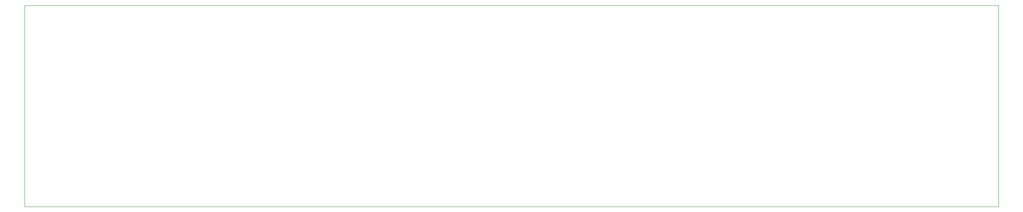
<source format=gm1>
%TF.GenerationSoftware,KiCad,Pcbnew,(6.0.0)*%
%TF.CreationDate,2022-08-27T11:05:42-04:00*%
%TF.ProjectId,VFD GPS Clock,56464420-4750-4532-9043-6c6f636b2e6b,rev?*%
%TF.SameCoordinates,Original*%
%TF.FileFunction,Profile,NP*%
%FSLAX46Y46*%
G04 Gerber Fmt 4.6, Leading zero omitted, Abs format (unit mm)*
G04 Created by KiCad (PCBNEW (6.0.0)) date 2022-08-27 11:05:42*
%MOMM*%
%LPD*%
G01*
G04 APERTURE LIST*
%TA.AperFunction,Profile*%
%ADD10C,0.100000*%
%TD*%
G04 APERTURE END LIST*
D10*
X20000000Y-100000000D02*
X232000000Y-100000000D01*
X232000000Y-100000000D02*
X232000000Y-144000000D01*
X232000000Y-144000000D02*
X20000000Y-144000000D01*
X20000000Y-144000000D02*
X20000000Y-100000000D01*
M02*

</source>
